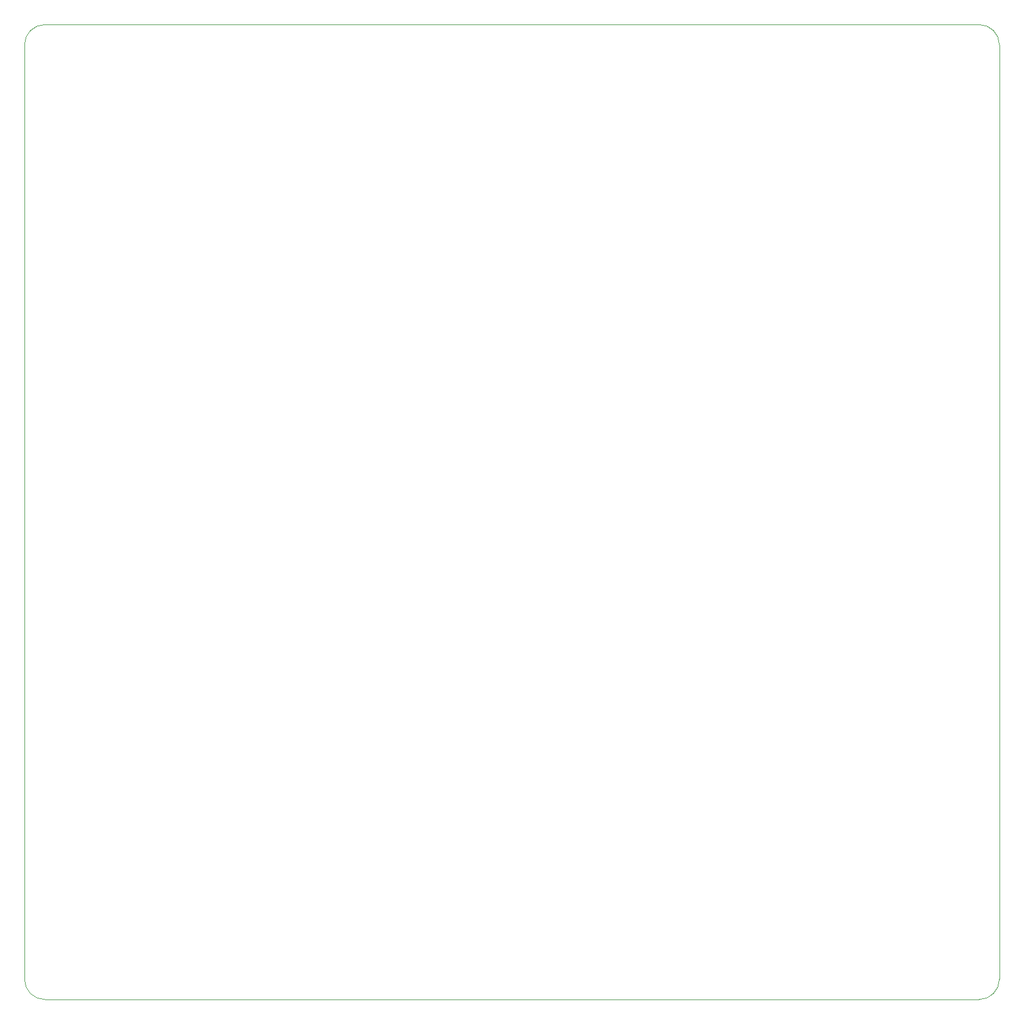
<source format=gbr>
%TF.GenerationSoftware,KiCad,Pcbnew,(5.1.9)-1*%
%TF.CreationDate,2021-04-29T12:00:25-07:00*%
%TF.ProjectId,pcbDesignForAutonomousDrivingProject,70636244-6573-4696-976e-466f72417574,rev?*%
%TF.SameCoordinates,Original*%
%TF.FileFunction,Profile,NP*%
%FSLAX46Y46*%
G04 Gerber Fmt 4.6, Leading zero omitted, Abs format (unit mm)*
G04 Created by KiCad (PCBNEW (5.1.9)-1) date 2021-04-29 12:00:25*
%MOMM*%
%LPD*%
G01*
G04 APERTURE LIST*
%TA.AperFunction,Profile*%
%ADD10C,0.050000*%
%TD*%
G04 APERTURE END LIST*
D10*
X190988000Y184565000D02*
G75*
G02*
X193988000Y181565000I0J-3000000D01*
G01*
X48988000Y181565000D02*
G75*
G02*
X51988000Y184565000I3000000J0D01*
G01*
X51988000Y39565000D02*
G75*
G02*
X48988000Y42565000I0J3000000D01*
G01*
X193988000Y42565000D02*
G75*
G02*
X190988000Y39565000I-3000000J0D01*
G01*
X185988000Y39565000D02*
X51988000Y39565000D01*
X193988000Y181565000D02*
X193988000Y47565000D01*
X48988000Y42565000D02*
X48988000Y47565000D01*
X190988000Y184565000D02*
X185988000Y184565000D01*
X193988000Y47565000D02*
X193988000Y42565000D01*
X190988000Y39565000D02*
X185988000Y39565000D01*
X48988000Y47565000D02*
X48988000Y181565000D01*
X51988000Y184565000D02*
X185988000Y184565000D01*
M02*

</source>
